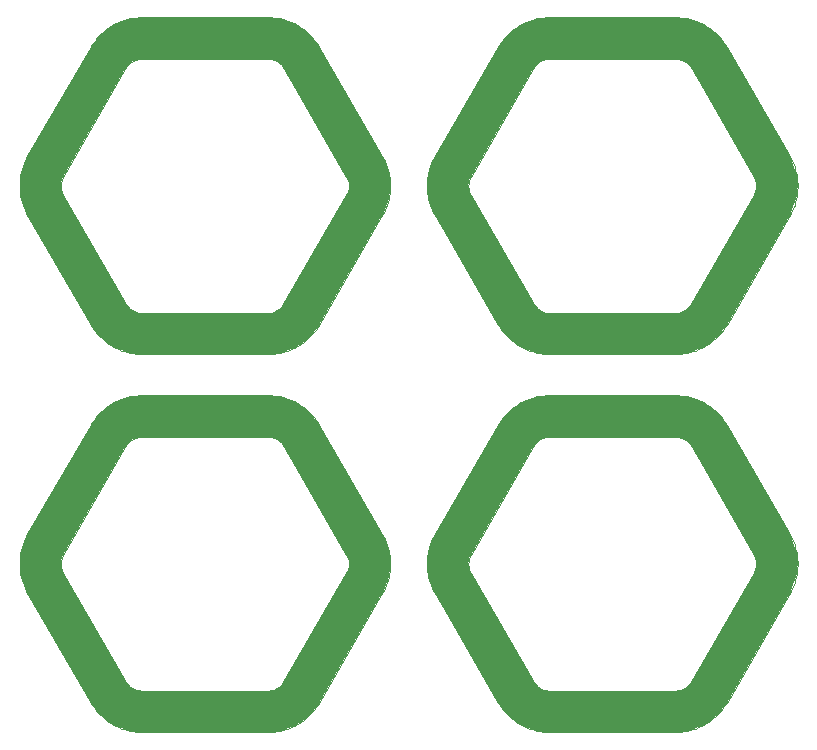
<source format=gbr>
G04 CAM350 V9.5.1 (Build 211) Date:  Sun Feb 09 09:35:33 2025 *
G04 Database: g:\2025-02-01  ºÏÆ´  ºÚÄ¤\2025-02-01-116\1.cam *
G04 Layer 10: BTesa *
%FSLAX35Y35*%
%MOIN*%
%SFA1.000B1.000*%

%MIA0B0*%
%IPPOS*%
%ADD64C,0.00039*%
%LNBTesa*%
%LPD*%
G36*
X242570Y157229D02*
G01X200481D01*
X199501Y157253*
X198524Y157327*
X197551Y157449*
X196585Y157619*
X195629Y157837*
X194685Y158103*
X193756Y158415*
X192842Y158773*
X191948Y159176*
X191076Y159624*
X190227Y160114*
X189404Y160647*
X188608Y161219*
X187840Y161829*
X187105Y162479*
X186404Y163163*
X185737Y163882*
X185106Y164634*
X184514Y165415*
X183962Y166225*
X183451Y167061*
Y167062*
X162406Y203512*
X161937Y204373*
X161512Y205256*
X161131Y206159*
X160795Y207082*
X160507Y208019*
X160265Y208969*
X160070Y209930*
X159924Y210899*
X159826Y211875*
X159777Y212854*
Y213835*
X159826Y214814*
X159924Y215790*
X160070Y216759*
X160265Y217721*
X160507Y218671*
X160795Y219608*
X161131Y220529*
X161512Y221432*
X161937Y222316*
X162406Y223177*
Y223178*
X183451Y259627*
X183962Y260464*
X184514Y261274*
X185106Y262056*
X185737Y262807*
X186404Y263525*
X187105Y264210*
X187840Y264859*
X188608Y265471*
X189404Y266043*
X190227Y266574*
X191076Y267065*
X191948Y267513*
X192842Y267916*
X193756Y268274*
X194685Y268586*
X195629Y268852*
X196585Y269070*
X197551Y269240*
X198524Y269362*
X199501Y269436*
X200481Y269460*
X242570*
X242571*
X243551Y269436*
X244528Y269362*
X245501Y269240*
X246467Y269070*
X247423Y268852*
X248367Y268586*
X249296Y268274*
X250209Y267916*
X251103Y267513*
X251975Y267065*
X252825Y266574*
X253649Y266043*
X254444Y265471*
X255211Y264859*
X255946Y264210*
X256648Y263525*
X257315Y262807*
X257945Y262056*
X258538Y261274*
X259089Y260464*
X259601Y259627*
X280645Y223178*
X280646Y223177*
X281114Y222316*
X281540Y221432*
X281920Y220529*
X282256Y219608*
X282545Y218671*
X282787Y217721*
X282981Y216759*
X283127Y215790*
X283225Y214814*
X283274Y213835*
Y212854*
X283225Y211875*
X283127Y210899*
X282981Y209930*
X282787Y208969*
X282545Y208019*
X282256Y207082*
X281920Y206159*
X281540Y205256*
X281114Y204373*
X280646Y203512*
X280645*
X259601Y167062*
Y167061*
X259089Y166225*
X258538Y165415*
X257945Y164634*
X257315Y163882*
X256648Y163163*
X255946Y162479*
X255211Y161829*
X254444Y161219*
X253649Y160647*
X252825Y160114*
X251975Y159624*
X251103Y159176*
X250209Y158773*
X249296Y158415*
X248367Y158103*
X247423Y157837*
X246467Y157619*
X245501Y157449*
X244528Y157327*
X243551Y157253*
X242571Y157229*
X242570*
G37*
G36*
X106744D02*
G01X64654D01*
X63674Y157253*
X62697Y157327*
X61724Y157449*
X60758Y157619*
X59802Y157837*
X58858Y158103*
X57929Y158415*
X57016Y158773*
X56122Y159176*
X55249Y159624*
X54400Y160114*
X53577Y160647*
X52781Y161219*
X52014Y161829*
X51278Y162479*
X50577Y163163*
X49910Y163882*
X49279Y164634*
X48687Y165415*
X48136Y166225*
X47624Y167061*
Y167062*
X26579Y203512*
X26111Y204373*
X25685Y205256*
X25304Y206159*
X24969Y207082*
X24680Y208019*
X24438Y208969*
X24243Y209930*
X24098Y210899*
X24000Y211875*
X23951Y212854*
Y213835*
X24000Y214814*
X24098Y215790*
X24243Y216759*
X24438Y217721*
X24680Y218671*
X24969Y219608*
X25304Y220529*
X25685Y221432*
X26111Y222316*
X26579Y223177*
Y223178*
X47624Y259627*
X48136Y260464*
X48687Y261274*
X49279Y262056*
X49910Y262807*
X50577Y263525*
X51278Y264210*
X52014Y264859*
X52781Y265471*
X53577Y266043*
X54400Y266574*
X55249Y267065*
X56122Y267513*
X57016Y267916*
X57929Y268274*
X58858Y268586*
X59802Y268852*
X60758Y269070*
X61724Y269240*
X62697Y269362*
X63674Y269436*
X64654Y269460*
X106744*
X107724Y269436*
X108701Y269362*
X109674Y269240*
X110640Y269070*
X111596Y268852*
X112540Y268586*
X113469Y268274*
X114382Y267916*
X115276Y267513*
X116149Y267065*
X116998Y266574*
X117822Y266043*
X118617Y265471*
X119384Y264859*
X120120Y264210*
X120821Y263525*
X121488Y262807*
X122119Y262056*
X122711Y261274*
X123262Y260464*
X123774Y259627*
X144819Y223178*
Y223177*
X145287Y222316*
X145713Y221432*
X146094Y220529*
X146429Y219608*
X146718Y218671*
X146960Y217721*
X147155Y216759*
X147300Y215790*
X147398Y214814*
X147447Y213835*
Y212854*
X147398Y211875*
X147300Y210899*
X147155Y209930*
X146960Y208969*
X146718Y208019*
X146429Y207082*
X146094Y206159*
X145713Y205256*
X145287Y204373*
X144819Y203512*
X123774Y167062*
Y167061*
X123262Y166225*
X122711Y165415*
X122119Y164634*
X121488Y163882*
X120821Y163163*
X120120Y162479*
X119384Y161829*
X118617Y161219*
X117822Y160647*
X116998Y160114*
X116149Y159624*
X115276Y159176*
X114382Y158773*
X113469Y158415*
X112540Y158103*
X111596Y157837*
X110640Y157619*
X109674Y157449*
X108701Y157327*
X107724Y157253*
X106744Y157229*
G37*
G36*
X242570Y31245D02*
G01X200481D01*
X199501Y31269*
X198524Y31343*
X197551Y31464*
X196585Y31634*
X195629Y31853*
X194685Y32119*
X193756Y32431*
X192842Y32789*
X191948Y33192*
X191076Y33639*
X190227Y34130*
X189404Y34662*
X188608Y35235*
X187840Y35845*
X187105Y36494*
X186404Y37179*
X185737Y37898*
X185106Y38649*
X184514Y39430*
X183962Y40241*
X183451Y41077*
X162406Y77527*
Y77528*
X161937Y78389*
X161512Y79272*
X161131Y80175*
X160795Y81097*
X160507Y82034*
X160265Y82984*
X160070Y83945*
X159924Y84914*
X159826Y85890*
X159777Y86869*
Y87851*
X159826Y88830*
X159924Y89806*
X160070Y90775*
X160265Y91737*
X160507Y92687*
X160795Y93624*
X161131Y94545*
X161512Y95448*
X161937Y96332*
X162406Y97193*
Y97194*
X183451Y133643*
X183962Y134479*
X184514Y135290*
X185106Y136072*
X185737Y136823*
X186404Y137541*
X187105Y138226*
X187840Y138875*
X188608Y139486*
X189404Y140059*
X190227Y140590*
X191076Y141081*
X191948Y141528*
X192842Y141932*
X193756Y142289*
X194685Y142602*
X195629Y142868*
X196585Y143086*
X197551Y143256*
X198524Y143377*
X199501Y143451*
X200481Y143475*
X242570*
X242571*
X243551Y143451*
X244528Y143377*
X245501Y143256*
X246467Y143086*
X247423Y142868*
X248367Y142602*
X249296Y142289*
X250209Y141932*
X251103Y141528*
X251975Y141081*
X252825Y140590*
X253649Y140059*
X254444Y139486*
X255211Y138875*
X255946Y138226*
X256648Y137541*
X257315Y136823*
X257945Y136072*
X258538Y135290*
X259089Y134479*
X259601Y133643*
X280645Y97194*
X280646Y97193*
X281114Y96332*
X281540Y95448*
X281920Y94545*
X282256Y93624*
X282545Y92687*
X282787Y91737*
X282981Y90775*
X283127Y89806*
X283225Y88830*
X283274Y87851*
Y86869*
X283225Y85890*
X283127Y84914*
X282981Y83945*
X282787Y82984*
X282545Y82034*
X282256Y81097*
X281920Y80175*
X281540Y79272*
X281114Y78389*
X280646Y77528*
X280645Y77527*
X259601Y41077*
X259089Y40241*
X258538Y39430*
X257945Y38649*
X257315Y37898*
X256648Y37179*
X255946Y36494*
X255211Y35845*
X254444Y35235*
X253649Y34662*
X252825Y34130*
X251975Y33639*
X251103Y33192*
X250209Y32789*
X249296Y32431*
X248367Y32119*
X247423Y31853*
X246467Y31634*
X245501Y31464*
X244528Y31343*
X243551Y31269*
X242571Y31245*
X242570*
G37*
G36*
X106744D02*
G01X64654D01*
X63674Y31269*
X62697Y31343*
X61724Y31464*
X60758Y31634*
X59802Y31853*
X58858Y32119*
X57929Y32431*
X57016Y32789*
X56122Y33192*
X55249Y33639*
X54400Y34130*
X53577Y34662*
X52781Y35235*
X52014Y35845*
X51278Y36494*
X50577Y37179*
X49910Y37898*
X49279Y38649*
X48687Y39430*
X48136Y40241*
X47624Y41077*
X26579Y77527*
Y77528*
X26111Y78389*
X25685Y79272*
X25304Y80175*
X24969Y81097*
X24680Y82034*
X24438Y82984*
X24243Y83945*
X24098Y84914*
X24000Y85890*
X23951Y86869*
Y87851*
X24000Y88830*
X24098Y89806*
X24243Y90775*
X24438Y91737*
X24680Y92687*
X24969Y93624*
X25304Y94545*
X25685Y95448*
X26111Y96332*
X26579Y97193*
Y97194*
X47624Y133643*
X48136Y134479*
X48687Y135290*
X49279Y136072*
X49910Y136823*
X50577Y137541*
X51278Y138226*
X52014Y138875*
X52781Y139486*
X53577Y140059*
X54400Y140590*
X55249Y141081*
X56122Y141528*
X57016Y141932*
X57929Y142289*
X58858Y142602*
X59802Y142868*
X60758Y143086*
X61724Y143256*
X62697Y143377*
X63674Y143451*
X64654Y143475*
X106744*
X107724Y143451*
X108701Y143377*
X109674Y143256*
X110640Y143086*
X111596Y142868*
X112540Y142602*
X113469Y142289*
X114382Y141932*
X115276Y141528*
X116149Y141081*
X116998Y140590*
X117822Y140059*
X118617Y139486*
X119384Y138875*
X120120Y138226*
X120821Y137541*
X121488Y136823*
X122119Y136072*
X122711Y135290*
X123262Y134479*
X123774Y133643*
X144819Y97194*
Y97193*
X145287Y96332*
X145713Y95448*
X146094Y94545*
X146429Y93624*
X146718Y92687*
X146960Y91737*
X147155Y90775*
X147300Y89806*
X147398Y88830*
X147447Y87851*
Y86869*
X147398Y85890*
X147300Y84914*
X147155Y83945*
X146960Y82984*
X146718Y82034*
X146429Y81097*
X146094Y80175*
X145713Y79272*
X145287Y78389*
X144819Y77528*
Y77527*
X123774Y41077*
X123262Y40241*
X122711Y39430*
X122119Y38649*
X121488Y37898*
X120821Y37179*
X120120Y36494*
X119384Y35845*
X118617Y35235*
X117822Y34662*
X116998Y34130*
X116149Y33639*
X115276Y33192*
X114382Y32789*
X113469Y32431*
X112540Y32119*
X111596Y31853*
X110640Y31634*
X109674Y31464*
X108701Y31343*
X107724Y31269*
X106744Y31245*
G37*
%LPC*%
G36*
X172579Y212441D02*
G01X172576Y212453D01*
X172565Y212460*
X172560Y212461*
X172548Y212457*
X172541Y212447*
X172540Y212441*
X172544Y212429*
X172554Y212422*
X172560*
X172572Y212425*
X172579Y212436*
Y212441*
G37*
G36*
X172605Y212886D02*
G01X172602Y212898D01*
X172591Y212905*
X172586Y212906*
X172574Y212902*
X172567Y212892*
X172566Y212886*
X172570Y212874*
X172580Y212867*
X172586*
X172598Y212870*
X172605Y212881*
Y212886*
G37*
G36*
X242572Y170969D02*
G01X243597Y171059D01*
X243601*
X244595Y171326*
X244598Y171327*
X245531Y171762*
X245534Y171764*
X246377Y172354*
X246380Y172356*
X247108Y173084*
X247110Y173087*
X247701Y173930*
X247702Y173931*
X268746Y210381*
X268747Y210383*
X269182Y211316*
X269183Y211319*
X269450Y212314*
Y212318*
X269540Y213343*
Y213346*
X269450Y214372*
Y214375*
X269183Y215369*
X269182Y215373*
X268747Y216306*
X268746Y216307*
X247702Y252757*
X247701Y252759*
X247110Y253602*
X247108Y253604*
X246380Y254332*
X246377Y254334*
X245534Y254925*
X245531Y254927*
X244598Y255362*
X244595Y255363*
X243601Y255629*
X243597Y255630*
X242572Y255720*
X242571*
X200481*
X200479*
X199454Y255630*
X199451Y255629*
X198457Y255363*
X198453Y255362*
X197520Y254927*
X197517Y254925*
X196674Y254334*
X196672Y254332*
X195944Y253604*
X195942Y253602*
X195351Y252759*
X195350Y252757*
X174306Y216307*
X174305Y216306*
X173870Y215373*
X173869Y215369*
X173602Y214375*
X173601Y214372*
X173512Y213346*
Y213343*
X173601Y212318*
X173602Y212314*
X173869Y211319*
X173870Y211316*
X174305Y210383*
X174306Y210381*
X195350Y173931*
X195351Y173930*
X195942Y173087*
X195944Y173084*
X196672Y172356*
X196674Y172354*
X197517Y171764*
X197520Y171762*
X198453Y171327*
X198457Y171326*
X199451Y171059*
X199454*
X200479Y170969*
X200481*
X242571*
X242572*
G37*
G36*
X36753Y212441D02*
G01X36749Y212453D01*
X36739Y212460*
X36733Y212461*
X36721Y212457*
X36714Y212447*
X36713Y212441*
X36717Y212429*
X36727Y212422*
X36733*
X36745Y212425*
X36752Y212436*
X36753Y212441*
G37*
G36*
X36779Y212886D02*
G01X36775Y212898D01*
X36765Y212905*
X36759Y212906*
X36747Y212902*
X36740Y212892*
X36739Y212886*
X36743Y212874*
X36753Y212867*
X36759*
X36771Y212870*
X36778Y212881*
X36779Y212886*
G37*
G36*
X106746Y170969D02*
G01X107771Y171059D01*
X107774*
X108768Y171326*
X108771Y171327*
X109704Y171762*
X109707Y171764*
X110550Y172354*
X110553Y172356*
X111281Y173084*
X111283Y173087*
X111874Y173930*
X111875Y173931*
X132919Y210381*
X132920Y210383*
X133355Y211316*
X133356Y211319*
X133623Y212314*
X133624Y212318*
X133714Y213343*
Y213346*
X133624Y214372*
X133623Y214375*
X133356Y215369*
X133355Y215373*
X132920Y216306*
X132919Y216307*
X111875Y252757*
X111874Y252759*
X111283Y253602*
X111281Y253604*
X110553Y254332*
X110550Y254334*
X109707Y254925*
X109704Y254927*
X108771Y255362*
X108768Y255363*
X107774Y255629*
X107771Y255630*
X106746Y255720*
X106744*
X64654*
X64652*
X63627Y255630*
X63624Y255629*
X62630Y255363*
X62627Y255362*
X61694Y254927*
X61691Y254925*
X60848Y254334*
X60845Y254332*
X60117Y253604*
X60115Y253602*
X59524Y252759*
X59523Y252757*
X38479Y216307*
X38478Y216306*
X38043Y215373*
X38042Y215369*
X37775Y214375*
X37774Y214372*
X37685Y213346*
Y213343*
X37774Y212318*
X37775Y212314*
X38042Y211319*
X38043Y211316*
X38478Y210383*
X38479Y210381*
X59523Y173931*
X59524Y173930*
X60115Y173087*
X60117Y173084*
X60845Y172356*
X60848Y172354*
X61691Y171764*
X61694Y171762*
X62627Y171327*
X62630Y171326*
X63624Y171059*
X63627*
X64652Y170969*
X64654*
X106744*
X106746*
G37*
G36*
X172579Y86457D02*
G01X172576Y86469D01*
X172565Y86476*
X172560Y86477*
X172548Y86473*
X172541Y86463*
X172540Y86457*
X172544Y86445*
X172554Y86438*
X172560Y86437*
X172572Y86441*
X172579Y86451*
Y86457*
G37*
G36*
X172605Y86902D02*
G01X172602Y86914D01*
X172591Y86921*
X172586Y86922*
X172574Y86918*
X172567Y86908*
X172566Y86902*
X172570Y86890*
X172580Y86883*
X172586Y86882*
X172598Y86886*
X172605Y86896*
Y86902*
G37*
G36*
X242572Y44984D02*
G01X243597Y45074D01*
X243601Y45075*
X244595Y45342*
X244598Y45343*
X245531Y45778*
X245534Y45780*
X246377Y46370*
X246380Y46372*
X247108Y47100*
X247110Y47103*
X247701Y47946*
X247702Y47947*
X268746Y84397*
X268747Y84399*
X269182Y85332*
X269183Y85335*
X269450Y86330*
Y86333*
X269540Y87358*
Y87362*
X269450Y88388*
Y88391*
X269183Y89385*
X269182Y89388*
X268747Y90321*
X268746Y90323*
X247702Y126773*
X247701Y126774*
X247110Y127617*
X247108Y127620*
X246380Y128348*
X246377Y128350*
X245534Y128941*
X245531Y128943*
X244598Y129378*
X244595Y129379*
X243601Y129645*
X243597Y129646*
X242572Y129736*
X242571*
X200481*
X200479*
X199454Y129646*
X199451Y129645*
X198457Y129379*
X198453Y129378*
X197520Y128943*
X197517Y128941*
X196674Y128350*
X196672Y128348*
X195944Y127620*
X195942Y127617*
X195351Y126774*
X195350Y126773*
X174306Y90323*
X174305Y90321*
X173870Y89388*
X173869Y89385*
X173602Y88391*
X173601Y88388*
X173512Y87362*
Y87358*
X173601Y86333*
X173602Y86330*
X173869Y85335*
X173870Y85332*
X174305Y84399*
X174306Y84397*
X195350Y47947*
X195351Y47946*
X195942Y47103*
X195944Y47100*
X196672Y46372*
X196674Y46370*
X197517Y45780*
X197520Y45778*
X198453Y45343*
X198457Y45342*
X199451Y45075*
X199454Y45074*
X200479Y44984*
X200481*
X242571*
X242572*
G37*
G36*
X36753Y86457D02*
G01X36749Y86469D01*
X36739Y86476*
X36733Y86477*
X36721Y86473*
X36714Y86463*
X36713Y86457*
X36717Y86445*
X36727Y86438*
X36733Y86437*
X36745Y86441*
X36752Y86451*
X36753Y86457*
G37*
G36*
X36779Y86902D02*
G01X36775Y86914D01*
X36765Y86921*
X36759Y86922*
X36747Y86918*
X36740Y86908*
X36739Y86902*
X36743Y86890*
X36753Y86883*
X36759Y86882*
X36771Y86886*
X36778Y86896*
X36779Y86902*
G37*
G36*
X106746Y44984D02*
G01X107771Y45074D01*
X107774Y45075*
X108768Y45342*
X108771Y45343*
X109704Y45778*
X109707Y45780*
X110550Y46370*
X110553Y46372*
X111281Y47100*
X111283Y47103*
X111874Y47946*
X111875Y47947*
X132919Y84397*
X132920Y84399*
X133355Y85332*
X133356Y85335*
X133623Y86330*
X133624Y86333*
X133714Y87358*
Y87362*
X133624Y88388*
X133623Y88391*
X133356Y89385*
X133355Y89388*
X132920Y90321*
X132919Y90323*
X111875Y126773*
X111874Y126774*
X111283Y127617*
X111281Y127620*
X110553Y128348*
X110550Y128350*
X109707Y128941*
X109704Y128943*
X108771Y129378*
X108768Y129379*
X107774Y129645*
X107771Y129646*
X106746Y129736*
X106744*
X64654*
X64652*
X63627Y129646*
X63624Y129645*
X62630Y129379*
X62627Y129378*
X61694Y128943*
X61691Y128941*
X60848Y128350*
X60845Y128348*
X60117Y127620*
X60115Y127617*
X59524Y126774*
X59523Y126773*
X38479Y90323*
X38478Y90321*
X38043Y89388*
X38042Y89385*
X37775Y88391*
X37774Y88388*
X37685Y87362*
Y87358*
X37774Y86333*
X37775Y86330*
X38042Y85335*
X38043Y85332*
X38478Y84399*
X38479Y84397*
X59523Y47947*
X59524Y47946*
X60115Y47103*
X60117Y47100*
X60845Y46372*
X60848Y46370*
X61691Y45780*
X61694Y45778*
X62627Y45343*
X62630Y45342*
X63624Y45075*
X63627Y45074*
X64652Y44984*
X64654*
X106744*
X106746*
G37*
%LPD*%
G54D64*
X36759Y86902D03*
X36733Y86457D03*
X172586Y86902D03*
X172560Y86457D03*
X36759Y212886D03*
X36733Y212441D03*
X172586Y212886D03*
X172560Y212441D03*
X59540Y47957D02*
G01X60131Y47114D01*
X60859Y46386*
X61702Y45796*
X62635Y45361*
X63629Y45094*
X64654Y45004*
X106744D02*
G01X107769Y45094D01*
X108763Y45361*
X109696Y45796*
X110539Y46386*
X111267Y47114*
X111858Y47957*
X132902Y84407D02*
G01X133337Y85340D01*
X133604Y86335*
X133694Y87360*
X133604Y88386*
X133337Y89380*
X132902Y90313*
X111858Y126763D02*
G01X111267Y127606D01*
X110539Y128334*
X109696Y128925*
X108763Y129360*
X107769Y129626*
X106744Y129716*
X64654D02*
G01X63629Y129626D01*
X62635Y129360*
X61702Y128925*
X60859Y128334*
X60131Y127606*
X59540Y126763*
X38496Y90313D02*
G01X38061Y89380D01*
X37794Y88386*
X37705Y87360*
X37794Y86335*
X38061Y85340*
X38496Y84407*
X47607Y41067D02*
G01X48119Y40230D01*
X48671Y39419*
X49264Y38637*
X49895Y37885*
X50563Y37165*
X51265Y36480*
X52001Y35830*
X52769Y35219*
X53566Y34646*
X54390Y34113*
X55240Y33622*
X56113Y33174*
X57008Y32771*
X57922Y32412*
X58852Y32100*
X59797Y31834*
X60754Y31615*
X61721Y31445*
X62695Y31323*
X63673Y31249*
X64654Y31225*
X106744D02*
G01X107725Y31249D01*
X108703Y31323*
X109677Y31445*
X110644Y31615*
X111601Y31834*
X112546Y32100*
X113476Y32412*
X114390Y32771*
X115285Y33174*
X116158Y33622*
X117008Y34113*
X117833Y34646*
X118629Y35219*
X119397Y35830*
X120133Y36480*
X120835Y37165*
X121503Y37885*
X122134Y38637*
X122727Y39419*
X123279Y40230*
X123791Y41067*
X144836Y77518D02*
G01X145305Y78380D01*
X145731Y79264*
X146112Y80168*
X146448Y81091*
X146737Y82029*
X146979Y82980*
X147174Y83942*
X147320Y84912*
X147418Y85889*
X147467Y86869*
Y87851*
X147418Y88831*
X147320Y89808*
X147174Y90778*
X146979Y91741*
X146737Y92692*
X146448Y93630*
X146112Y94552*
X145731Y95456*
X145305Y96341*
X144836Y97203*
X123791Y133653D02*
G01X123279Y134490D01*
X122727Y135301*
X122134Y136084*
X121503Y136836*
X120835Y137555*
X120133Y138240*
X119397Y138890*
X118629Y139502*
X117833Y140075*
X117008Y140607*
X116158Y141098*
X115285Y141546*
X114390Y141950*
X113476Y142308*
X112546Y142621*
X111601Y142887*
X110644Y143105*
X109677Y143275*
X108703Y143397*
X107725Y143471*
X106744Y143495*
X64654D02*
G01X63673Y143471D01*
X62695Y143397*
X61721Y143275*
X60754Y143105*
X59797Y142887*
X58852Y142621*
X57922Y142308*
X57008Y141950*
X56113Y141546*
X55240Y141098*
X54390Y140607*
X53566Y140075*
X52769Y139502*
X52001Y138890*
X51265Y138240*
X50563Y137555*
X49895Y136836*
X49264Y136084*
X48671Y135301*
X48119Y134490*
X47607Y133653*
X26562Y97203D02*
G01X26093Y96341D01*
X25667Y95456*
X25286Y94552*
X24950Y93630*
X24661Y92692*
X24419Y91741*
X24224Y90778*
X24078Y89808*
X23980Y88831*
X23931Y87851*
Y86869*
X23980Y85889*
X24078Y84912*
X24224Y83942*
X24419Y82980*
X24661Y82029*
X24950Y81091*
X25286Y80168*
X25667Y79264*
X26093Y78380*
X26562Y77518*
X38496Y84407D02*
G01X59540Y47957D01*
X64654Y45004D02*
G01X106744D01*
X111858Y47957D02*
G01X132902Y84407D01*
X111858Y126763D02*
G01X132902Y90313D01*
X64654Y129716D02*
G01X106744D01*
X38496Y90313D02*
G01X59540Y126763D01*
X26562Y77518D02*
G01X47607Y41067D01*
X64654Y31225D02*
G01X106744D01*
X123791Y41067D02*
G01X144836Y77518D01*
X123791Y133653D02*
G01X144836Y97203D01*
X64654Y143495D02*
G01X106744D01*
X26562Y97203D02*
G01X47607Y133653D01*
X195367Y47957D02*
G01X195958Y47114D01*
X196686Y46386*
X197529Y45796*
X198462Y45361*
X199456Y45094*
X200481Y45004*
X242571D02*
G01X243596Y45094D01*
X244590Y45361*
X245523Y45796*
X246366Y46386*
X247094Y47114*
X247685Y47957*
X268729Y84407D02*
G01X269164Y85340D01*
X269431Y86335*
X269521Y87360*
X269431Y88386*
X269164Y89380*
X268729Y90313*
X247685Y126763D02*
G01X247094Y127606D01*
X246366Y128334*
X245523Y128925*
X244590Y129360*
X243596Y129626*
X242571Y129716*
X200481D02*
G01X199456Y129626D01*
X198462Y129360*
X197529Y128925*
X196686Y128334*
X195958Y127606*
X195367Y126763*
X174323Y90313D02*
G01X173888Y89380D01*
X173621Y88386*
X173532Y87360*
X173621Y86335*
X173888Y85340*
X174323Y84407*
X183434Y41067D02*
G01X183946Y40230D01*
X184498Y39419*
X185091Y38637*
X185722Y37885*
X186390Y37165*
X187092Y36480*
X187828Y35830*
X188596Y35219*
X189393Y34646*
X190217Y34113*
X191067Y33622*
X191940Y33174*
X192835Y32771*
X193749Y32412*
X194679Y32100*
X195624Y31834*
X196581Y31615*
X197548Y31445*
X198522Y31323*
X199500Y31249*
X200481Y31225*
X242571D02*
G01X243552Y31249D01*
X244530Y31323*
X245504Y31445*
X246471Y31615*
X247428Y31834*
X248373Y32100*
X249303Y32412*
X250217Y32771*
X251112Y33174*
X251985Y33622*
X252835Y34113*
X253660Y34646*
X254456Y35219*
X255224Y35830*
X255960Y36480*
X256662Y37165*
X257330Y37885*
X257961Y38637*
X258554Y39419*
X259106Y40230*
X259618Y41067*
X280663Y77518D02*
G01X281132Y78380D01*
X281558Y79264*
X281939Y80168*
X282275Y81091*
X282564Y82029*
X282806Y82980*
X283001Y83942*
X283147Y84912*
X283245Y85889*
X283294Y86869*
Y87851*
X283245Y88831*
X283147Y89808*
X283001Y90778*
X282806Y91741*
X282564Y92692*
X282275Y93630*
X281939Y94552*
X281558Y95456*
X281132Y96341*
X280663Y97203*
X259618Y133653D02*
G01X259106Y134490D01*
X258554Y135301*
X257961Y136084*
X257330Y136836*
X256662Y137555*
X255960Y138240*
X255224Y138890*
X254456Y139502*
X253660Y140075*
X252835Y140607*
X251985Y141098*
X251112Y141546*
X250217Y141950*
X249303Y142308*
X248373Y142621*
X247428Y142887*
X246471Y143105*
X245504Y143275*
X244530Y143397*
X243552Y143471*
X242571Y143495*
X200481D02*
G01X199500Y143471D01*
X198522Y143397*
X197548Y143275*
X196581Y143105*
X195624Y142887*
X194679Y142621*
X193749Y142308*
X192835Y141950*
X191940Y141546*
X191067Y141098*
X190217Y140607*
X189393Y140075*
X188596Y139502*
X187828Y138890*
X187092Y138240*
X186390Y137555*
X185722Y136836*
X185091Y136084*
X184498Y135301*
X183946Y134490*
X183434Y133653*
X162389Y97203D02*
G01X161920Y96341D01*
X161494Y95456*
X161113Y94552*
X160777Y93630*
X160488Y92692*
X160246Y91741*
X160051Y90778*
X159905Y89808*
X159807Y88831*
X159758Y87851*
Y86869*
X159807Y85889*
X159905Y84912*
X160051Y83942*
X160246Y82980*
X160488Y82029*
X160777Y81091*
X161113Y80168*
X161494Y79264*
X161920Y78380*
X162389Y77518*
X174323Y84407D02*
G01X195367Y47957D01*
X200481Y45004D02*
G01X242571D01*
X247685Y47957D02*
G01X268729Y84407D01*
X247685Y126763D02*
G01X268729Y90313D01*
X200481Y129716D02*
G01X242571D01*
X174323Y90313D02*
G01X195367Y126763D01*
X162389Y77518D02*
G01X183434Y41067D01*
X200481Y31225D02*
G01X242571D01*
X259618Y41067D02*
G01X280663Y77518D01*
X259618Y133653D02*
G01X280663Y97203D01*
X200481Y143495D02*
G01X242571D01*
X162389Y97203D02*
G01X183434Y133653D01*
X59540Y173941D02*
G01X60131Y173098D01*
X60859Y172370*
X61702Y171780*
X62635Y171345*
X63629Y171078*
X64654Y170988*
X106744D02*
G01X107769Y171078D01*
X108763Y171345*
X109696Y171780*
X110539Y172370*
X111267Y173098*
X111858Y173941*
X132902Y210391D02*
G01X133337Y211324D01*
X133604Y212319*
X133694Y213344*
X133604Y214370*
X133337Y215364*
X132902Y216297*
X111858Y252747D02*
G01X111267Y253590D01*
X110539Y254318*
X109696Y254909*
X108763Y255344*
X107769Y255610*
X106744Y255700*
X64654D02*
G01X63629Y255610D01*
X62635Y255344*
X61702Y254909*
X60859Y254318*
X60131Y253590*
X59540Y252747*
X38496Y216297D02*
G01X38061Y215364D01*
X37794Y214370*
X37705Y213344*
X37794Y212319*
X38061Y211324*
X38496Y210391*
X47607Y167051D02*
G01X48119Y166214D01*
X48671Y165403*
X49264Y164621*
X49895Y163869*
X50563Y163149*
X51265Y162464*
X52001Y161814*
X52769Y161203*
X53566Y160630*
X54390Y160097*
X55240Y159606*
X56113Y159158*
X57008Y158755*
X57922Y158396*
X58852Y158084*
X59797Y157818*
X60754Y157599*
X61721Y157429*
X62695Y157307*
X63673Y157233*
X64654Y157209*
X106744D02*
G01X107725Y157233D01*
X108703Y157307*
X109677Y157429*
X110644Y157599*
X111601Y157818*
X112546Y158084*
X113476Y158396*
X114390Y158755*
X115285Y159158*
X116158Y159606*
X117008Y160097*
X117833Y160630*
X118629Y161203*
X119397Y161814*
X120133Y162464*
X120835Y163149*
X121503Y163869*
X122134Y164621*
X122727Y165403*
X123279Y166214*
X123791Y167051*
X144836Y203502D02*
G01X145305Y204364D01*
X145731Y205248*
X146112Y206152*
X146448Y207075*
X146737Y208013*
X146979Y208964*
X147174Y209926*
X147320Y210896*
X147418Y211873*
X147467Y212853*
Y213835*
X147418Y214815*
X147320Y215792*
X147174Y216762*
X146979Y217725*
X146737Y218676*
X146448Y219614*
X146112Y220536*
X145731Y221440*
X145305Y222325*
X144836Y223187*
X123791Y259637D02*
G01X123279Y260474D01*
X122727Y261285*
X122134Y262068*
X121503Y262820*
X120835Y263539*
X120133Y264224*
X119397Y264874*
X118629Y265486*
X117833Y266059*
X117008Y266591*
X116158Y267082*
X115285Y267530*
X114390Y267934*
X113476Y268292*
X112546Y268605*
X111601Y268871*
X110644Y269089*
X109677Y269259*
X108703Y269381*
X107725Y269455*
X106744Y269479*
X64654D02*
G01X63673Y269455D01*
X62695Y269381*
X61721Y269259*
X60754Y269089*
X59797Y268871*
X58852Y268605*
X57922Y268292*
X57008Y267934*
X56113Y267530*
X55240Y267082*
X54390Y266591*
X53566Y266059*
X52769Y265486*
X52001Y264874*
X51265Y264224*
X50563Y263539*
X49895Y262820*
X49264Y262068*
X48671Y261285*
X48119Y260474*
X47607Y259637*
X26562Y223187D02*
G01X26093Y222325D01*
X25667Y221440*
X25286Y220536*
X24950Y219614*
X24661Y218676*
X24419Y217725*
X24224Y216762*
X24078Y215792*
X23980Y214815*
X23931Y213835*
Y212853*
X23980Y211873*
X24078Y210896*
X24224Y209926*
X24419Y208964*
X24661Y208013*
X24950Y207075*
X25286Y206152*
X25667Y205248*
X26093Y204364*
X26562Y203502*
X38496Y210391D02*
G01X59540Y173941D01*
X64654Y170988D02*
G01X106744D01*
X111858Y173941D02*
G01X132902Y210391D01*
X111858Y252747D02*
G01X132902Y216297D01*
X64654Y255700D02*
G01X106744D01*
X38496Y216297D02*
G01X59540Y252747D01*
X26562Y203502D02*
G01X47607Y167051D01*
X64654Y157209D02*
G01X106744D01*
X123791Y167051D02*
G01X144836Y203502D01*
X123791Y259637D02*
G01X144836Y223187D01*
X64654Y269479D02*
G01X106744D01*
X26562Y223187D02*
G01X47607Y259637D01*
X195367Y173941D02*
G01X195958Y173098D01*
X196686Y172370*
X197529Y171780*
X198462Y171345*
X199456Y171078*
X200481Y170988*
X242571D02*
G01X243596Y171078D01*
X244590Y171345*
X245523Y171780*
X246366Y172370*
X247094Y173098*
X247685Y173941*
X268729Y210391D02*
G01X269164Y211324D01*
X269431Y212319*
X269521Y213344*
X269431Y214370*
X269164Y215364*
X268729Y216297*
X247685Y252747D02*
G01X247094Y253590D01*
X246366Y254318*
X245523Y254909*
X244590Y255344*
X243596Y255610*
X242571Y255700*
X200481D02*
G01X199456Y255610D01*
X198462Y255344*
X197529Y254909*
X196686Y254318*
X195958Y253590*
X195367Y252747*
X174323Y216297D02*
G01X173888Y215364D01*
X173621Y214370*
X173532Y213344*
X173621Y212319*
X173888Y211324*
X174323Y210391*
X183434Y167051D02*
G01X183946Y166214D01*
X184498Y165403*
X185091Y164621*
X185722Y163869*
X186390Y163149*
X187092Y162464*
X187828Y161814*
X188596Y161203*
X189393Y160630*
X190217Y160097*
X191067Y159606*
X191940Y159158*
X192835Y158755*
X193749Y158396*
X194679Y158084*
X195624Y157818*
X196581Y157599*
X197548Y157429*
X198522Y157307*
X199500Y157233*
X200481Y157209*
X242571D02*
G01X243552Y157233D01*
X244530Y157307*
X245504Y157429*
X246471Y157599*
X247428Y157818*
X248373Y158084*
X249303Y158396*
X250217Y158755*
X251112Y159158*
X251985Y159606*
X252835Y160097*
X253660Y160630*
X254456Y161203*
X255224Y161814*
X255960Y162464*
X256662Y163149*
X257330Y163869*
X257961Y164621*
X258554Y165403*
X259106Y166214*
X259618Y167051*
X280663Y203502D02*
G01X281132Y204364D01*
X281558Y205248*
X281939Y206152*
X282275Y207075*
X282564Y208013*
X282806Y208964*
X283001Y209926*
X283147Y210896*
X283245Y211873*
X283294Y212853*
Y213835*
X283245Y214815*
X283147Y215792*
X283001Y216762*
X282806Y217725*
X282564Y218676*
X282275Y219614*
X281939Y220536*
X281558Y221440*
X281132Y222325*
X280663Y223187*
X259618Y259637D02*
G01X259106Y260474D01*
X258554Y261285*
X257961Y262068*
X257330Y262820*
X256662Y263539*
X255960Y264224*
X255224Y264874*
X254456Y265486*
X253660Y266059*
X252835Y266591*
X251985Y267082*
X251112Y267530*
X250217Y267934*
X249303Y268292*
X248373Y268605*
X247428Y268871*
X246471Y269089*
X245504Y269259*
X244530Y269381*
X243552Y269455*
X242571Y269479*
X200481D02*
G01X199500Y269455D01*
X198522Y269381*
X197548Y269259*
X196581Y269089*
X195624Y268871*
X194679Y268605*
X193749Y268292*
X192835Y267934*
X191940Y267530*
X191067Y267082*
X190217Y266591*
X189393Y266059*
X188596Y265486*
X187828Y264874*
X187092Y264224*
X186390Y263539*
X185722Y262820*
X185091Y262068*
X184498Y261285*
X183946Y260474*
X183434Y259637*
X162389Y223187D02*
G01X161920Y222325D01*
X161494Y221440*
X161113Y220536*
X160777Y219614*
X160488Y218676*
X160246Y217725*
X160051Y216762*
X159905Y215792*
X159807Y214815*
X159758Y213835*
Y212853*
X159807Y211873*
X159905Y210896*
X160051Y209926*
X160246Y208964*
X160488Y208013*
X160777Y207075*
X161113Y206152*
X161494Y205248*
X161920Y204364*
X162389Y203502*
X174323Y210391D02*
G01X195367Y173941D01*
X200481Y170988D02*
G01X242571D01*
X247685Y173941D02*
G01X268729Y210391D01*
X247685Y252747D02*
G01X268729Y216297D01*
X200481Y255700D02*
G01X242571D01*
X174323Y216297D02*
G01X195367Y252747D01*
X162389Y203502D02*
G01X183434Y167051D01*
X200481Y157209D02*
G01X242571D01*
X259618Y167051D02*
G01X280663Y203502D01*
X259618Y259637D02*
G01X280663Y223187D01*
X200481Y269479D02*
G01X242571D01*
X162389Y223187D02*
G01X183434Y259637D01*
M02*

</source>
